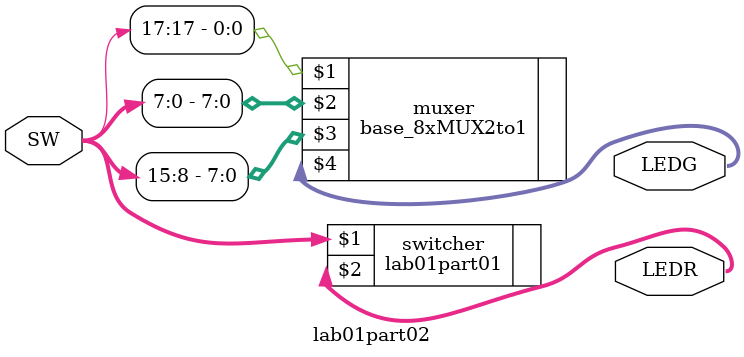
<source format=v>
module lab01part02(
	input [17:0] SW,
	output [7:0] LEDG,
	output [17:0] LEDR
);
	base_8xMUX2to1 muxer(SW[17], SW[7:0], SW[15:8], LEDG[7:0]);
	lab01part01 switcher(SW, LEDR);	//assigns switches to LEDs
endmodule
</source>
